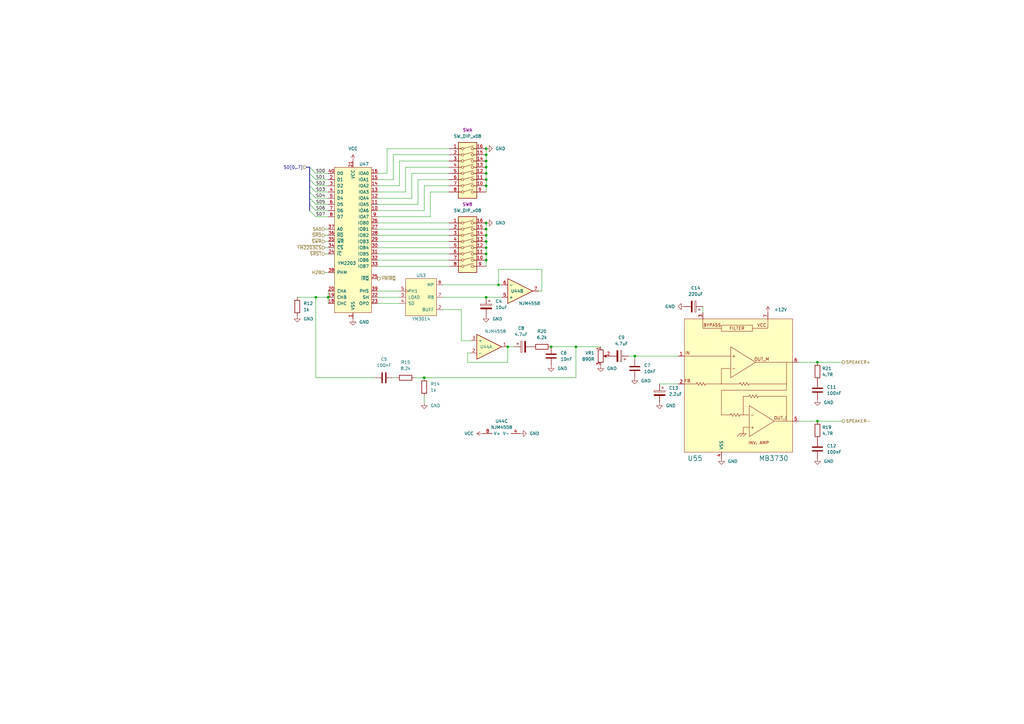
<source format=kicad_sch>
(kicad_sch (version 20211123) (generator eeschema)
  (paper "A3")
  (title_block (title "Insector X - P0-056A") (date "2022-12-02") (company "Ulf Skutnabba, twitter: @skutis77"))
  (lib_symbols
    (symbol "Device:C" (pin_numbers hide) (pin_names (offset 0.254))
      (property "Reference" "C" (at 0.635 2.54 0))
      (property "Value" "C" (at 0.635 -2.54 0))
      (symbol "C_0_1"
        (polyline (pts (xy -2.032 -0.762) (xy 2.032 -0.762)) (stroke (width 0.508)))
        (polyline (pts (xy -2.032 0.762) (xy 2.032 0.762)) (stroke (width 0.508)))
      )
      (symbol "C_1_1"
        (pin passive line (at 0 3.81 270) (length 2.794) (name "~") (number "1"))
        (pin passive line (at 0 -3.81 90) (length 2.794) (name "~") (number "2"))
      )
    )
    (symbol "Device:C_Polarized" (pin_numbers hide) (pin_names (offset 0.254))
      (property "Reference" "C" (at 0.635 2.54 0))
      (property "Value" "C_Polarized" (at 0.635 -2.54 0))
      (symbol "C_Polarized_0_1"
        (rectangle (start -2.286 0.508) (end 2.286 1.016))
        (polyline (pts (xy -1.778 2.286) (xy -0.762 2.286)))
        (polyline (pts (xy -1.27 2.794) (xy -1.27 1.778)))
        (rectangle (start 2.286 -0.508) (end -2.286 -1.016) (fill (type outline)))
      )
      (symbol "C_Polarized_1_1"
        (pin passive line (at 0 3.81 270) (length 2.794) (name "~") (number "1"))
        (pin passive line (at 0 -3.81 90) (length 2.794) (name "~") (number "2"))
      )
    )
    (symbol "Device:Opamp_Dual"
      (property "Reference" "U" (at 0 5.08 0))
      (property "Value" "Opamp_Dual" (at 0 -5.08 0))
      (symbol "Opamp_Dual_1_1"
        (polyline (pts (xy -5.08 5.08) (xy 5.08 0) (xy -5.08 -5.08) (xy -5.08 5.08)) (stroke (width 0.254)) (fill (type background)))
        (pin output line (at 7.62 0 180) (length 2.54) (name "~") (number "1"))
        (pin input line (at -7.62 -2.54 0) (length 2.54) (name "-") (number "2"))
        (pin input line (at -7.62 2.54 0) (length 2.54) (name "+") (number "3"))
      )
      (symbol "Opamp_Dual_2_1"
        (polyline (pts (xy -5.08 5.08) (xy 5.08 0) (xy -5.08 -5.08) (xy -5.08 5.08)) (stroke (width 0.254)) (fill (type background)))
        (pin input line (at -7.62 2.54 0) (length 2.54) (name "+") (number "5"))
        (pin input line (at -7.62 -2.54 0) (length 2.54) (name "-") (number "6"))
        (pin output line (at 7.62 0 180) (length 2.54) (name "~") (number "7"))
      )
      (symbol "Opamp_Dual_3_1"
        (pin power_in line (at -2.54 -7.62 90) (length 3.81) (name "V-") (number "4"))
        (pin power_in line (at -2.54 7.62 270) (length 3.81) (name "V+") (number "8"))
      )
    )
    (symbol "Device:R" (pin_numbers hide) (pin_names (offset 0))
      (property "Reference" "R" (at 2.032 0 90))
      (property "Value" "R" (at 0 0 90))
      (symbol "R_0_1"
        (rectangle (start -1.016 -2.54) (end 1.016 2.54) (stroke (width 0.254)))
      )
      (symbol "R_1_1"
        (pin passive line (at 0 3.81 270) (length 1.27) (name "~") (number "1"))
        (pin passive line (at 0 -3.81 90) (length 1.27) (name "~") (number "2"))
      )
    )
    (symbol "Device:R_Potentiometer" (pin_names (offset 1.016) hide)
      (property "Reference" "RV" (at -4.445 0 90))
      (property "Value" "R_Potentiometer" (at -2.54 0 90))
      (symbol "R_Potentiometer_0_1"
        (polyline (pts (xy 2.54 0) (xy 1.524 0)))
        (polyline (pts (xy 1.143 0) (xy 2.286 0.508) (xy 2.286 -0.508) (xy 1.143 0)) (fill (type outline)))
        (rectangle (start 1.016 2.54) (end -1.016 -2.54) (stroke (width 0.254)))
      )
      (symbol "R_Potentiometer_1_1"
        (pin passive line (at 0 3.81 270) (length 1.27) (name "1") (number "1"))
        (pin passive line (at 3.81 0 180) (length 1.27) (name "2") (number "2"))
        (pin passive line (at 0 -3.81 90) (length 1.27) (name "3") (number "3"))
      )
    )
    (symbol "Switch:SW_DIP_x08" (pin_names (offset 0) hide)
      (property "Reference" "SW" (at 0 13.97 0))
      (property "Value" "SW_DIP_x08" (at 0 -11.43 0))
      (symbol "SW_DIP_x08_0_0"
        (circle (center -2.032 -7.62) (radius 0.508))
        (circle (center -2.032 -5.08) (radius 0.508))
        (circle (center -2.032 -2.54) (radius 0.508))
        (circle (center -2.032 0) (radius 0.508))
        (circle (center -2.032 2.54) (radius 0.508))
        (circle (center -2.032 5.08) (radius 0.508))
        (circle (center -2.032 7.62) (radius 0.508))
        (circle (center -2.032 10.16) (radius 0.508))
        (polyline (pts (xy -1.524 -7.4676) (xy 2.3622 -6.4262)))
        (polyline (pts (xy -1.524 -4.9276) (xy 2.3622 -3.8862)))
        (polyline (pts (xy -1.524 -2.3876) (xy 2.3622 -1.3462)))
        (polyline (pts (xy -1.524 0.127) (xy 2.3622 1.1684)))
        (polyline (pts (xy -1.524 2.667) (xy 2.3622 3.7084)))
        (polyline (pts (xy -1.524 5.207) (xy 2.3622 6.2484)))
        (polyline (pts (xy -1.524 7.747) (xy 2.3622 8.7884)))
        (polyline (pts (xy -1.524 10.287) (xy 2.3622 11.3284)))
        (circle (center 2.032 -7.62) (radius 0.508))
        (circle (center 2.032 -5.08) (radius 0.508))
        (circle (center 2.032 -2.54) (radius 0.508))
        (circle (center 2.032 0) (radius 0.508))
        (circle (center 2.032 2.54) (radius 0.508))
        (circle (center 2.032 5.08) (radius 0.508))
        (circle (center 2.032 7.62) (radius 0.508))
        (circle (center 2.032 10.16) (radius 0.508))
      )
      (symbol "SW_DIP_x08_0_1"
        (rectangle (start -3.81 12.7) (end 3.81 -10.16) (stroke (width 0.254)) (fill (type background)))
      )
      (symbol "SW_DIP_x08_1_1"
        (pin passive line (at -7.62 10.16 0) (length 5.08) (name "~") (number "1"))
        (pin passive line (at 7.62 -5.08 180) (length 5.08) (name "~") (number "10"))
        (pin passive line (at 7.62 -2.54 180) (length 5.08) (name "~") (number "11"))
        (pin passive line (at 7.62 0 180) (length 5.08) (name "~") (number "12"))
        (pin passive line (at 7.62 2.54 180) (length 5.08) (name "~") (number "13"))
        (pin passive line (at 7.62 5.08 180) (length 5.08) (name "~") (number "14"))
        (pin passive line (at 7.62 7.62 180) (length 5.08) (name "~") (number "15"))
        (pin passive line (at 7.62 10.16 180) (length 5.08) (name "~") (number "16"))
        (pin passive line (at -7.62 7.62 0) (length 5.08) (name "~") (number "2"))
        (pin passive line (at -7.62 5.08 0) (length 5.08) (name "~") (number "3"))
        (pin passive line (at -7.62 2.54 0) (length 5.08) (name "~") (number "4"))
        (pin passive line (at -7.62 0 0) (length 5.08) (name "~") (number "5"))
        (pin passive line (at -7.62 -2.54 0) (length 5.08) (name "~") (number "6"))
        (pin passive line (at -7.62 -5.08 0) (length 5.08) (name "~") (number "7"))
        (pin passive line (at -7.62 -7.62 0) (length 5.08) (name "~") (number "8"))
        (pin passive line (at 7.62 -7.62 180) (length 5.08) (name "~") (number "9"))
      )
    )
    (symbol "fujitsu:MB3730" (pin_names (offset 1.016))
      (property "Reference" "U" (at -12.7 17.78 0))
      (property "Value" "MB3730" (at 12.7 17.78 0))
      (symbol "MB3730_0_0"
        (rectangle (start -6.35 25.4) (end 6.35 22.86))
        (polyline (pts (xy -2.54 12.7) (xy -21.59 12.7)))
        (polyline (pts (xy 1.27 -20.32) (xy 2.54 -19.05)))
        (polyline (pts (xy 1.27 -19.05) (xy 0 -20.32)))
        (polyline (pts (xy 2.54 -11.43) (xy 5.08 -11.43)))
        (polyline (pts (xy 2.54 -8.89) (xy 2.54 -11.43)))
        (polyline (pts (xy 2.54 -8.89) (xy 2.54 -3.81)))
        (polyline (pts (xy 3.81 -3.81) (xy 2.54 -3.81)))
        (polyline (pts (xy 10.16 10.16) (xy 7.62 10.16)))
        (polyline (pts (xy 13.97 10.16) (xy 10.16 10.16)))
        (polyline (pts (xy 17.78 -13.97) (xy 15.24 -13.97)))
        (polyline (pts (xy 20.32 -13.97) (xy 22.86 -13.97)))
        (polyline (pts (xy 20.32 1.27) (xy 20.32 10.16)))
        (polyline (pts (xy 20.32 10.16) (xy 13.97 10.16)))
        (polyline (pts (xy 20.32 10.16) (xy 22.86 10.16)))
        (polyline (pts (xy -6.35 24.13) (xy -13.97 24.13) (xy -13.97 27.94)))
        (polyline (pts (xy 12.7 27.94) (xy 12.7 24.13) (xy 6.35 24.13)))
        (polyline (pts (xy -13.97 27.94) (xy -21.59 27.94) (xy -21.59 -26.67) (xy 20.32 -26.67)) (fill (type background)))
        (polyline (pts (xy 5.08 -1.27) (xy -6.35 -1.27) (xy -6.35 -11.43) (xy -2.54 -11.43)))
        (polyline (pts (xy 5.08 -1.27) (xy 20.32 -1.27) (xy 20.32 1.27) (xy 6.35 1.27)))
        (polyline (pts (xy 8.89 -3.81) (xy 20.32 -3.81) (xy 20.32 -13.97) (xy 17.78 -13.97)))
        (polyline (pts (xy 20.32 -26.67) (xy 22.86 -26.67) (xy 22.86 27.94) (xy -13.97 27.94)) (fill (type background)))
        (polyline (pts (xy 5.08 -16.51) (xy 2.54 -16.51) (xy 2.54 -19.05) (xy 1.27 -19.05) (xy 2.54 -19.05) (xy 3.81 -19.05) (xy 2.54 -20.32)))
        (text "+" (at -1.27 12.7 0) (effects (font (size 1.27 1.27))))
        (text "+" (at 6.35 -16.51 0) (effects (font (size 1.27 1.27))))
        (text "-" (at -1.27 7.62 0) (effects (font (size 1.27 1.27))))
        (text "-" (at 6.35 -11.43 0) (effects (font (size 1.27 1.27))))
        (text "BYPASS" (at -10.16 25.4 0) (effects (font (size 1.27 1.27))))
        (text "FB" (at -20.32 2.54 0) (effects (font (size 1.27 1.27))))
        (text "FILTER" (at 0 24.13 0) (effects (font (size 1.27 1.27))))
        (text "IN" (at -20.32 13.97 0) (effects (font (size 1.27 1.27))))
        (text "INV. AMP" (at 8.89 -22.86 0) (effects (font (size 1.27 1.27))))
        (text "OUT_I" (at 17.78 -12.7 0) (effects (font (size 1.27 1.27))))
        (text "OUT_M" (at 10.16 11.43 0) (effects (font (size 1.27 1.27))))
        (text "VCC" (at 10.16 25.4 0) (effects (font (size 1.27 1.27))))
      )
      (symbol "MB3730_0_1"
        (polyline (pts (xy -21.59 1.27) (xy -19.05 1.27)))
        (polyline (pts (xy -16.51 1.27) (xy -19.05 1.27)))
        (polyline (pts (xy -6.35 1.27) (xy -11.43 1.27)))
        (polyline (pts (xy -6.35 1.27) (xy 1.27 1.27)))
        (polyline (pts (xy -2.54 7.62) (xy -6.35 7.62) (xy -6.35 1.27)))
      )
      (symbol "MB3730_1_1"
        (polyline (pts (xy -12.7508 1.27) (xy -11.43 1.27)))
        (polyline (pts (xy 1.2192 -11.43) (xy 2.54 -11.43)))
        (polyline (pts (xy 3.7592 -3.81) (xy 5.08 -3.81)))
        (polyline (pts (xy 5.0292 1.27) (xy 6.35 1.27)))
        (polyline (pts (xy 7.62 10.16) (xy -2.54 3.81) (xy -2.54 16.51) (xy 7.62 10.16)))
        (polyline (pts (xy 15.24 -13.97) (xy 5.08 -20.32) (xy 5.08 -7.62) (xy 15.24 -13.97)) (fill (type background)))
        (polyline (pts (xy -16.7132 1.27) (xy -16.383 1.905) (xy -15.7226 0.635) (xy -15.0622 1.905) (xy -14.4018 0.635) (xy -13.7414 1.905) (xy -13.081 0.635) (xy -12.7508 1.27)))
        (polyline (pts (xy -2.7432 -11.43) (xy -2.413 -10.795) (xy -1.7526 -12.065) (xy -1.0922 -10.795) (xy -0.4318 -12.065) (xy 0.2286 -10.795) (xy 0.889 -12.065) (xy 1.2192 -11.43)))
        (polyline (pts (xy 1.0668 1.27) (xy 1.397 1.905) (xy 2.0574 0.635) (xy 2.7178 1.905) (xy 3.3782 0.635) (xy 4.0386 1.905) (xy 4.699 0.635) (xy 5.0292 1.27)))
        (polyline (pts (xy 4.8768 -3.81) (xy 5.207 -3.175) (xy 5.8674 -4.445) (xy 6.5278 -3.175) (xy 7.1882 -4.445) (xy 7.8486 -3.175) (xy 8.509 -4.445) (xy 8.8392 -3.81)))
        (pin input line (at -24.13 12.7 0) (length 2.54) (name "~") (number "1"))
        (pin input line (at -24.13 1.27 0) (length 2.54) (name "~") (number "2"))
        (pin input line (at -13.97 30.48 270) (length 2.54) (name "~") (number "3"))
        (pin power_in line (at -6.35 -29.21 90) (length 2.54) (name "VSS") (number "4"))
        (pin output line (at 25.4 -13.97 180) (length 2.54) (name "~") (number "5"))
        (pin output line (at 25.4 10.16 180) (length 2.54) (name "~") (number "6"))
        (pin power_in line (at 12.7 30.48 270) (length 2.54) (name "~") (number "7"))
      )
    )
    (symbol "power:+12V" (power) (pin_names (offset 0))
      (property "Value" "+12V" (at 0 3.556 0))
      (symbol "+12V_0_1"
        (polyline (pts (xy -0.762 1.27) (xy 0 2.54)))
        (polyline (pts (xy 0 0) (xy 0 2.54)))
        (polyline (pts (xy 0 2.54) (xy 0.762 1.27)))
      )
      (symbol "+12V_1_1"
        (pin power_in line (at 0 0 90) (length 0) hide (name "+12V") (number "1"))
      )
    )
    (symbol "power:GND" (power) (pin_names (offset 0))
      (property "Value" "GND" (at 0 -3.81 0))
      (symbol "GND_0_1"
        (polyline (pts (xy 0 0) (xy 0 -1.27) (xy 1.27 -1.27) (xy 0 -2.54) (xy -1.27 -1.27) (xy 0 -1.27)))
      )
      (symbol "GND_1_1"
        (pin power_in line (at 0 0 270) (length 0) hide (name "GND") (number "1"))
      )
    )
    (symbol "power:VCC" (power) (pin_names (offset 0))
      (property "Value" "VCC" (at 0 3.81 0))
      (symbol "VCC_0_1"
        (polyline (pts (xy -0.762 1.27) (xy 0 2.54)))
        (polyline (pts (xy 0 0) (xy 0 2.54)))
        (polyline (pts (xy 0 2.54) (xy 0.762 1.27)))
      )
      (symbol "VCC_1_1"
        (pin power_in line (at 0 0 90) (length 0) hide (name "VCC") (number "1"))
      )
    )
    (symbol "yamaha:YM2203" (pin_names (offset 1.016))
      (property "Reference" "YM" (at 7.62 24.13 0))
      (property "Value" "YM2203" (at 3.81 -38.1 0))
      (symbol "YM2203_0_1"
        (rectangle (start -7.62 22.86) (end 7.62 -36.83) (fill (type background)))
      )
      (symbol "YM2203_1_1"
        (pin power_in line (at 0 -39.37 90) (length 2.54) (name "VSS") (number "1"))
        (pin bidirectional line (at 10.16 5.08 180) (length 2.54) (name "IOA6") (number "10"))
        (pin bidirectional line (at 10.16 7.62 180) (length 2.54) (name "IOA5") (number "11"))
        (pin bidirectional line (at 10.16 10.16 180) (length 2.54) (name "IOA4") (number "12"))
        (pin bidirectional line (at 10.16 12.7 180) (length 2.54) (name "IOA3") (number "13"))
        (pin bidirectional line (at 10.16 15.24 180) (length 2.54) (name "IOA2") (number "14"))
        (pin bidirectional line (at 10.16 17.78 180) (length 2.54) (name "IOA1") (number "15"))
        (pin bidirectional line (at 10.16 20.32 180) (length 2.54) (name "IOA0") (number "16"))
        (pin output line (at -10.16 -33.02 0) (length 2.54) (name "CHC") (number "18"))
        (pin output line (at -10.16 -30.48 0) (length 2.54) (name "CHB") (number "19"))
        (pin input line (at -10.16 17.78 0) (length 2.54) (name "D1") (number "2"))
        (pin output line (at -10.16 -27.94 0) (length 2.54) (name "CHA") (number "20"))
        (pin power_in line (at 0 25.4 270) (length 2.54) (name "VCC") (number "21"))
        (pin output line (at 10.16 -30.48 180) (length 2.54) (name "SH") (number "22"))
        (pin output line (at 10.16 -33.02 180) (length 2.54) (name "OPO") (number "23"))
        (pin input line (at -10.16 -12.7 0) (length 2.54) (name "~{IC}") (number "24"))
        (pin output line (at 10.16 -22.86 180) (length 2.54) (name "~{IRQ}") (number "25"))
        (pin bidirectional line (at 10.16 0 180) (length 2.54) (name "IOB0") (number "26"))
        (pin bidirectional line (at 10.16 -2.54 180) (length 2.54) (name "IOB1") (number "27"))
        (pin bidirectional line (at 10.16 -5.08 180) (length 2.54) (name "IOB2") (number "28"))
        (pin bidirectional line (at 10.16 -7.62 180) (length 2.54) (name "IOB3") (number "29"))
        (pin input line (at -10.16 15.24 0) (length 2.54) (name "D2") (number "3"))
        (pin bidirectional line (at 10.16 -10.16 180) (length 2.54) (name "IOB4") (number "30"))
        (pin bidirectional line (at 10.16 -12.7 180) (length 2.54) (name "IOB5") (number "31"))
        (pin bidirectional line (at 10.16 -15.24 180) (length 2.54) (name "IOB6") (number "32"))
        (pin bidirectional line (at 10.16 -17.78 180) (length 2.54) (name "IOB7") (number "33"))
        (pin input line (at -10.16 -10.16 0) (length 2.54) (name "~{CS}") (number "34"))
        (pin input line (at -10.16 -7.62 0) (length 2.54) (name "~{WR}") (number "35"))
        (pin input line (at -10.16 -5.08 0) (length 2.54) (name "~{RD}") (number "36"))
        (pin input line (at -10.16 -2.54 0) (length 2.54) (name "A0") (number "37"))
        (pin input line (at -10.16 -20.32 0) (length 2.54) (name "PHM") (number "38"))
        (pin output line (at 10.16 -27.94 180) (length 2.54) (name "PHS") (number "39"))
        (pin input line (at -10.16 12.7 0) (length 2.54) (name "D3") (number "4"))
        (pin input line (at -10.16 20.32 0) (length 2.54) (name "D0") (number "40"))
        (pin input line (at -10.16 10.16 0) (length 2.54) (name "D4") (number "5"))
        (pin input line (at -10.16 7.62 0) (length 2.54) (name "D5") (number "6"))
        (pin input line (at -10.16 5.08 0) (length 2.54) (name "D6") (number "7"))
        (pin input line (at -10.16 2.54 0) (length 2.54) (name "D7") (number "8"))
        (pin bidirectional line (at 10.16 2.54 180) (length 2.54) (name "IOA7") (number "9"))
      )
    )
    (symbol "yamaha:YM3014" (pin_names (offset 1.016))
      (property "Reference" "YM" (at -2.54 15.24 0))
      (property "Value" "YM3014" (at 0 12.7 0))
      (symbol "YM3014_0_1"
        (rectangle (start -5.08 11.43) (end 7.62 -3.81) (fill (type background)))
      )
      (symbol "YM3014_1_1"
        (pin power_in line (at 1.27 11.43 270) (length 2.54) hide (name "VCC") (number "1"))
        (pin output line (at 10.16 -1.27 180) (length 2.54) (name "BUFF") (number "2"))
        (pin input line (at -7.62 3.81 0) (length 2.54) (name "LOAD") (number "3"))
        (pin input line (at -7.62 1.27 0) (length 2.54) (name "SD") (number "4"))
        (pin input clock (at -7.62 6.35 0) (length 2.54) (name "PH1") (number "5"))
        (pin power_in line (at 1.27 -3.81 90) (length 2.54) hide (name "VSS") (number "6"))
        (pin output line (at 10.16 3.81 180) (length 2.54) (name "RB") (number "7"))
        (pin bidirectional line (at 10.16 8.89 180) (length 2.54) (name "MP") (number "8"))
      )
    )
  )
  (junction (at 199.39 96.52))
  (junction (at 199.39 63.5))
  (junction (at 199.39 60.96))
  (junction (at 129.54 121.92))
  (junction (at 199.39 99.06))
  (junction (at 199.39 106.68))
  (junction (at 134.62 121.92))
  (junction (at 199.39 121.92))
  (junction (at 204.47 116.84))
  (junction (at 335.28 172.72))
  (junction (at 226.06 142.24))
  (junction (at 199.39 76.2))
  (junction (at 199.39 101.6))
  (junction (at 199.39 93.98))
  (junction (at 199.39 71.12))
  (junction (at 236.22 142.24))
  (junction (at 208.28 142.24))
  (junction (at 199.39 104.14))
  (junction (at 199.39 68.58))
  (junction (at 199.39 73.66))
  (junction (at 260.35 146.05))
  (junction (at 199.39 66.04))
  (junction (at 199.39 91.44))
  (junction (at 335.28 148.59))
  (junction (at 173.99 154.94))
  (bus_entry (at 127 78.74) (size 2.54 2.54))
  (bus_entry (at 127 73.66) (size 2.54 2.54))
  (bus_entry (at 127 76.2) (size 2.54 2.54))
  (bus_entry (at 127 81.28) (size 2.54 2.54))
  (bus_entry (at 127 83.82) (size 2.54 2.54))
  (bus_entry (at 127 68.58) (size 2.54 2.54))
  (bus_entry (at 127 71.12) (size 2.54 2.54))
  (bus_entry (at 127 86.36) (size 2.54 2.54))
  (wire (pts (xy 199.39 99.06) (xy 199.39 101.6)))
  (wire (pts (xy 129.54 88.9) (xy 134.62 88.9)))
  (wire (pts (xy 327.66 148.59) (xy 335.28 148.59)))
  (wire (pts (xy 154.94 91.44) (xy 184.15 91.44)))
  (wire (pts (xy 154.94 119.38) (xy 163.83 119.38)))
  (wire (pts (xy 173.99 165.1) (xy 173.99 162.56)))
  (wire (pts (xy 199.39 106.68) (xy 199.39 109.22)))
  (wire (pts (xy 208.28 142.24) (xy 210.82 142.24)))
  (wire (pts (xy 199.39 71.12) (xy 199.39 73.66)))
  (wire (pts (xy 154.94 121.92) (xy 163.83 121.92)))
  (wire (pts (xy 191.77 148.59) (xy 208.28 148.59)))
  (wire (pts (xy 173.99 86.36) (xy 173.99 76.2)))
  (wire (pts (xy 134.62 119.38) (xy 134.62 121.92)))
  (wire (pts (xy 173.99 154.94) (xy 236.22 154.94)))
  (wire (pts (xy 236.22 142.24) (xy 246.38 142.24)))
  (wire (pts (xy 270.51 157.48) (xy 278.13 157.48)))
  (wire (pts (xy 168.91 81.28) (xy 168.91 71.12)))
  (wire (pts (xy 153.67 154.94) (xy 129.54 154.94)))
  (wire (pts (xy 199.39 104.14) (xy 199.39 106.68)))
  (wire (pts (xy 158.75 71.12) (xy 158.75 60.96)))
  (wire (pts (xy 199.39 66.04) (xy 199.39 68.58)))
  (wire (pts (xy 166.37 68.58) (xy 184.15 68.58)))
  (wire (pts (xy 154.94 78.74) (xy 166.37 78.74)))
  (wire (pts (xy 154.94 99.06) (xy 184.15 99.06)))
  (wire (pts (xy 129.54 83.82) (xy 134.62 83.82)))
  (bus (pts (xy 127 83.82) (xy 127 81.28)))
  (wire (pts (xy 199.39 101.6) (xy 199.39 104.14)))
  (wire (pts (xy 161.29 73.66) (xy 161.29 63.5)))
  (wire (pts (xy 154.94 88.9) (xy 176.53 88.9)))
  (wire (pts (xy 204.47 116.84) (xy 205.74 116.84)))
  (bus (pts (xy 127 76.2) (xy 127 73.66)))
  (wire (pts (xy 335.28 172.72) (xy 345.44 172.72)))
  (wire (pts (xy 335.28 148.59) (xy 345.44 148.59)))
  (wire (pts (xy 134.62 121.92) (xy 134.62 124.46)))
  (wire (pts (xy 199.39 63.5) (xy 199.39 66.04)))
  (wire (pts (xy 327.66 172.72) (xy 335.28 172.72)))
  (bus (pts (xy 127 73.66) (xy 127 71.12)))
  (wire (pts (xy 121.92 121.92) (xy 129.54 121.92)))
  (wire (pts (xy 129.54 73.66) (xy 134.62 73.66)))
  (wire (pts (xy 193.04 139.7) (xy 189.23 139.7)))
  (wire (pts (xy 161.29 63.5) (xy 184.15 63.5)))
  (wire (pts (xy 133.35 111.76) (xy 134.62 111.76)))
  (wire (pts (xy 193.04 144.78) (xy 191.77 144.78)))
  (wire (pts (xy 168.91 71.12) (xy 184.15 71.12)))
  (wire (pts (xy 129.54 76.2) (xy 134.62 76.2)))
  (wire (pts (xy 171.45 83.82) (xy 171.45 73.66)))
  (wire (pts (xy 176.53 88.9) (xy 176.53 78.74)))
  (wire (pts (xy 208.28 148.59) (xy 208.28 142.24)))
  (wire (pts (xy 133.35 104.14) (xy 134.62 104.14)))
  (wire (pts (xy 154.94 106.68) (xy 184.15 106.68)))
  (wire (pts (xy 191.77 144.78) (xy 191.77 148.59)))
  (wire (pts (xy 199.39 93.98) (xy 199.39 96.52)))
  (wire (pts (xy 154.94 109.22) (xy 184.15 109.22)))
  (wire (pts (xy 154.94 86.36) (xy 173.99 86.36)))
  (wire (pts (xy 133.35 93.98) (xy 134.62 93.98)))
  (bus (pts (xy 127 71.12) (xy 127 68.58)))
  (wire (pts (xy 154.94 124.46) (xy 163.83 124.46)))
  (wire (pts (xy 199.39 60.96) (xy 199.39 63.5)))
  (wire (pts (xy 162.56 154.94) (xy 161.29 154.94)))
  (wire (pts (xy 222.25 119.38) (xy 222.25 110.49)))
  (bus (pts (xy 127 81.28) (xy 127 78.74)))
  (wire (pts (xy 129.54 81.28) (xy 134.62 81.28)))
  (wire (pts (xy 260.35 147.32) (xy 260.35 146.05)))
  (wire (pts (xy 181.61 116.84) (xy 204.47 116.84)))
  (wire (pts (xy 189.23 127) (xy 181.61 127)))
  (wire (pts (xy 199.39 73.66) (xy 199.39 76.2)))
  (wire (pts (xy 222.25 110.49) (xy 204.47 110.49)))
  (wire (pts (xy 129.54 154.94) (xy 129.54 121.92)))
  (wire (pts (xy 133.35 99.06) (xy 134.62 99.06)))
  (wire (pts (xy 173.99 76.2) (xy 184.15 76.2)))
  (wire (pts (xy 257.81 146.05) (xy 260.35 146.05)))
  (wire (pts (xy 199.39 91.44) (xy 199.39 93.98)))
  (wire (pts (xy 129.54 121.92) (xy 134.62 121.92)))
  (bus (pts (xy 127 86.36) (xy 127 83.82)))
  (wire (pts (xy 154.94 96.52) (xy 184.15 96.52)))
  (wire (pts (xy 181.61 121.92) (xy 199.39 121.92)))
  (wire (pts (xy 220.98 119.38) (xy 222.25 119.38)))
  (wire (pts (xy 154.94 104.14) (xy 184.15 104.14)))
  (wire (pts (xy 154.94 101.6) (xy 184.15 101.6)))
  (wire (pts (xy 226.06 142.24) (xy 236.22 142.24)))
  (bus (pts (xy 125.73 68.58) (xy 127 68.58)))
  (bus (pts (xy 127 78.74) (xy 127 76.2)))
  (wire (pts (xy 158.75 60.96) (xy 184.15 60.96)))
  (wire (pts (xy 133.35 101.6) (xy 134.62 101.6)))
  (wire (pts (xy 199.39 76.2) (xy 199.39 78.74)))
  (wire (pts (xy 171.45 73.66) (xy 184.15 73.66)))
  (wire (pts (xy 236.22 154.94) (xy 236.22 142.24)))
  (wire (pts (xy 129.54 86.36) (xy 134.62 86.36)))
  (wire (pts (xy 154.94 76.2) (xy 163.83 76.2)))
  (wire (pts (xy 154.94 81.28) (xy 168.91 81.28)))
  (wire (pts (xy 154.94 93.98) (xy 184.15 93.98)))
  (wire (pts (xy 199.39 96.52) (xy 199.39 99.06)))
  (wire (pts (xy 154.94 73.66) (xy 161.29 73.66)))
  (wire (pts (xy 163.83 66.04) (xy 184.15 66.04)))
  (wire (pts (xy 199.39 121.92) (xy 205.74 121.92)))
  (wire (pts (xy 288.29 125.73) (xy 288.29 128.27)))
  (wire (pts (xy 154.94 83.82) (xy 171.45 83.82)))
  (wire (pts (xy 204.47 110.49) (xy 204.47 116.84)))
  (wire (pts (xy 170.18 154.94) (xy 173.99 154.94)))
  (wire (pts (xy 260.35 146.05) (xy 278.13 146.05)))
  (wire (pts (xy 189.23 139.7) (xy 189.23 127)))
  (wire (pts (xy 129.54 78.74) (xy 134.62 78.74)))
  (wire (pts (xy 129.54 71.12) (xy 134.62 71.12)))
  (wire (pts (xy 163.83 76.2) (xy 163.83 66.04)))
  (wire (pts (xy 133.35 96.52) (xy 134.62 96.52)))
  (wire (pts (xy 154.94 71.12) (xy 158.75 71.12)))
  (wire (pts (xy 166.37 78.74) (xy 166.37 68.58)))
  (wire (pts (xy 199.39 68.58) (xy 199.39 71.12)))
  (wire (pts (xy 176.53 78.74) (xy 184.15 78.74)))
  (label "SD4" (at 129.54 81.28 0))
  (label "SD6" (at 129.54 86.36 0))
  (label "SD1" (at 129.54 73.66 0))
  (label "SD2" (at 129.54 76.2 0))
  (label "SD3" (at 129.54 78.74 0))
  (label "SD7" (at 129.54 88.9 0))
  (label "SD0" (at 129.54 71.12 0))
  (label "SD5" (at 129.54 83.82 0))
  (hierarchical_label "SA0" (shape input) (at 133.35 93.98 180))
  (hierarchical_label "H2B" (shape input) (at 133.35 111.76 180))
  (hierarchical_label "SPEAKER+" (shape output) (at 345.44 148.59 0))
  (hierarchical_label "SD[0..7]" (shape input) (at 125.73 68.58 180))
  (hierarchical_label "~{SRST}" (shape input) (at 133.35 104.14 180))
  (hierarchical_label "SPEAKER-" (shape output) (at 345.44 172.72 0))
  (hierarchical_label "~{YM2203CS}" (shape input) (at 133.35 101.6 180))
  (hierarchical_label "~{SWR}" (shape input) (at 133.35 99.06 180))
  (hierarchical_label "~{YMIRQ}" (shape output) (at 154.94 114.3 0))
  (hierarchical_label "~{SRD}" (shape input) (at 133.35 96.52 180))
  (symbol (lib_id "power:GND") (at 144.78 130.81 0) (mirror y) (unit 1)
    (property "Reference" "#PWR0220" (effects hide))
    (property "Value" "GND" (at 147.32 132.0799 0) (effects (justify right)))
  )
  (symbol (lib_id "power:GND") (at 295.91 187.96 0) (unit 1)
    (property "Reference" "#PWR0205" (effects hide))
    (property "Value" "GND" (at 298.45 189.2299 0) (effects (justify left)))
  )
  (symbol (lib_id "Device:Opamp_Dual") (at 205.74 175.26 90) (unit 3)
    (property "Reference" "U44" (at 205.74 172.72 90))
    (property "Value" "NJM4558" (at 205.74 175.26 90))
  )
  (symbol (lib_id "power:GND") (at 335.28 187.96 0) (unit 1)
    (property "Reference" "#PWR0207" (effects hide))
    (property "Value" "GND" (at 337.82 189.2299 0) (effects (justify left)))
  )
  (symbol (lib_id "power:GND") (at 199.39 91.44 90) (unit 1)
    (property "Reference" "#PWR0179" (effects hide))
    (property "Value" "GND" (at 203.2 91.4399 90) (effects (justify right)))
  )
  (symbol (lib_id "Device:C_Polarized") (at 199.39 125.73 0) (mirror y) (unit 1)
    (property "Reference" "C4" (at 203.2 123.5709 0) (effects (justify right)))
    (property "Value" "10uF" (at 203.2 126.1109 0) (effects (justify right)))
  )
  (symbol (lib_id "power:GND") (at 335.28 163.83 0) (unit 1)
    (property "Reference" "#PWR0208" (effects hide))
    (property "Value" "GND" (at 337.82 165.0999 0) (effects (justify left)))
  )
  (symbol (lib_id "fujitsu:MB3730") (at 302.26 158.75 0) (unit 1)
    (property "Reference" "U55" (at 281.94 187.96 0) (effects (font (size 2.0066 2.0066)) (justify left)))
    (property "Value" "MB3730" (at 311.15 187.96 0) (effects (font (size 2.0066 2.0066)) (justify left)))
    (property "Datasheet" "https://html.alldatasheet.com/html-pdf/167643/FUJITSU/MB3730A/294/1/MB3730A.html" (effects hide))
  )
  (symbol (lib_id "Device:R") (at 166.37 154.94 90) (mirror x) (unit 1)
    (property "Reference" "R15" (at 166.37 148.59 90))
    (property "Value" "8.2k" (at 166.37 151.13 90))
  )
  (symbol (lib_id "power:GND") (at 199.39 60.96 90) (unit 1)
    (property "Reference" "#PWR0194" (effects hide))
    (property "Value" "GND" (at 203.2 60.9599 90) (effects (justify right)))
  )
  (symbol (lib_id "power:GND") (at 270.51 165.1 0) (mirror y) (unit 1)
    (property "Reference" "#PWR0202" (effects hide))
    (property "Value" "GND" (at 273.05 166.3699 0) (effects (justify right)))
  )
  (symbol (lib_id "Device:C_Polarized") (at 284.48 125.73 270) (mirror x) (unit 1)
    (property "Reference" "C14" (at 285.369 118.11 90))
    (property "Value" "220uF" (at 285.369 120.65 90))
  )
  (symbol (lib_id "power:GND") (at 260.35 154.94 0) (mirror y) (unit 1)
    (property "Reference" "#PWR0201" (effects hide))
    (property "Value" "GND" (at 262.89 156.2099 0) (effects (justify right)))
  )
  (symbol (lib_id "Device:R") (at 173.99 158.75 0) (mirror y) (unit 1)
    (property "Reference" "R14" (at 176.53 157.4799 0) (effects (justify right)))
    (property "Value" "1k" (at 176.53 160.0199 0) (effects (justify right)))
  )
  (symbol (lib_id "Device:Opamp_Dual") (at 200.66 142.24 0) (unit 1)
    (property "Reference" "U44" (at 199.39 142.24 0))
    (property "Value" "NJM4558" (at 203.2 135.89 0))
  )
  (symbol (lib_id "power:GND") (at 121.92 129.54 0) (mirror y) (unit 1)
    (property "Reference" "#PWR0200" (effects hide))
    (property "Value" "GND" (at 124.46 130.8099 0) (effects (justify right)))
  )
  (symbol (lib_id "power:GND") (at 246.38 149.86 0) (mirror y) (unit 1)
    (property "Reference" "#PWR0203" (effects hide))
    (property "Value" "GND" (at 248.92 151.1299 0) (effects (justify right)))
  )
  (symbol (lib_id "Device:C") (at 157.48 154.94 270) (unit 1)
    (property "Reference" "C5" (at 157.48 147.32 90))
    (property "Value" "100nF" (at 157.48 149.86 90))
  )
  (symbol (lib_id "Device:C") (at 335.28 160.02 180) (unit 1)
    (property "Reference" "C11" (at 339.09 158.7499 0) (effects (justify right)))
    (property "Value" "100nF" (at 339.09 161.2899 0) (effects (justify right)))
  )
  (symbol (lib_id "Device:C") (at 226.06 146.05 0) (unit 1)
    (property "Reference" "C6" (at 229.87 144.7799 0) (effects (justify left)))
    (property "Value" "10nF" (at 229.87 147.3199 0) (effects (justify left)))
  )
  (symbol (lib_id "Device:R") (at 222.25 142.24 270) (mirror x) (unit 1)
    (property "Reference" "R20" (at 222.25 135.89 90))
    (property "Value" "6.2k" (at 222.25 138.43 90))
  )
  (symbol (lib_id "yamaha:YM2203") (at 144.78 91.44 0) (unit 1)
    (property "Reference" "U47" (at 147.32 67.31 0) (effects (justify left)))
    (property "Value" "YM2203" (at 138.43 107.95 0) (effects (justify left)))
    (property "Footprint" "Package_DIP:DIP-40_W15.24mm" (effects hide))
    (property "Datasheet" "https://pdf1.alldatasheet.com/datasheet-pdf/view/90458/ETC/YM2203.html" (effects hide))
  )
  (symbol (lib_id "Device:C_Polarized") (at 214.63 142.24 90) (mirror x) (unit 1)
    (property "Reference" "C8" (at 213.741 134.62 90))
    (property "Value" "4.7uF" (at 213.741 137.16 90))
  )
  (symbol (lib_id "yamaha:YM3014") (at 171.45 125.73 0) (unit 1)
    (property "Reference" "U53" (at 172.72 113.03 0))
    (property "Value" "YM3014" (at 172.72 130.81 0))
    (property "Footprint" "Package_DIP:DIP-8_W7.62mm" (effects hide))
    (property "Datasheet" "https://pdf1.alldatasheet.com/datasheet-pdf/view/1132271/YAMAHA/YM3014B.html" (effects hide))
  )
  (symbol (lib_id "Device:C_Polarized") (at 270.51 161.29 0) (mirror y) (unit 1)
    (property "Reference" "C13" (at 274.32 159.1309 0) (effects (justify right)))
    (property "Value" "2.2uF" (at 274.32 161.6709 0) (effects (justify right)))
  )
  (symbol (lib_id "Device:R") (at 121.92 125.73 0) (mirror y) (unit 1)
    (property "Reference" "R12" (at 124.46 124.4599 0) (effects (justify right)))
    (property "Value" "1k" (at 124.46 126.9999 0) (effects (justify right)))
  )
  (symbol (lib_id "Device:R") (at 335.28 152.4 0) (mirror y) (unit 1)
    (property "Reference" "R21" (at 337.185 151.1299 0) (effects (justify right)))
    (property "Value" "4.7R" (at 337.185 153.6699 0) (effects (justify right)))
  )
  (symbol (lib_id "power:GND") (at 173.99 165.1 0) (mirror y) (unit 1)
    (property "Reference" "#PWR0199" (effects hide))
    (property "Value" "GND" (at 176.53 166.3699 0) (effects (justify right)))
  )
  (symbol (lib_id "Device:C") (at 335.28 184.15 180) (unit 1)
    (property "Reference" "C12" (at 339.09 182.8799 0) (effects (justify right)))
    (property "Value" "100nF" (at 339.09 185.4199 0) (effects (justify right)))
  )
  (symbol (lib_id "power:GND") (at 199.39 129.54 0) (mirror y) (unit 1)
    (property "Reference" "#PWR0197" (effects hide))
    (property "Value" "GND" (at 201.93 130.8099 0) (effects (justify right)))
  )
  (symbol (lib_id "power:GND") (at 213.36 177.8 90) (mirror x) (unit 1)
    (property "Reference" "#PWR0196" (effects hide))
    (property "Value" "GND" (at 217.17 177.7999 90) (effects (justify right)))
  )
  (symbol (lib_id "Switch:SW_DIP_x08") (at 191.77 101.6 0) (unit 1)
    (property "Reference" "SW3" (effects hide))
    (property "Value" "SW_DIP_x08" (at 191.77 86.36 0))
    (property "Reference2" "SWB" (at 191.77 83.82 0))
  )
  (symbol (lib_id "Device:C") (at 260.35 151.13 0) (unit 1)
    (property "Reference" "C7" (at 264.16 149.8599 0) (effects (justify left)))
    (property "Value" "10nF" (at 264.16 152.3999 0) (effects (justify left)))
  )
  (symbol (lib_id "Device:R_Potentiometer") (at 246.38 146.05 0) (unit 1)
    (property "Reference" "VR1" (at 243.84 144.7799 0) (effects (justify right)))
    (property "Value" "890R" (at 243.84 147.3199 0) (effects (justify right)))
  )
  (symbol (lib_id "power:VCC") (at 198.12 177.8 90) (unit 1)
    (property "Reference" "#PWR0221" (effects hide))
    (property "Value" "VCC" (at 194.31 177.7999 90) (effects (justify left)))
  )
  (symbol (lib_id "Device:C_Polarized") (at 254 146.05 270) (mirror x) (unit 1)
    (property "Reference" "C9" (at 254.889 138.43 90))
    (property "Value" "4.7uF" (at 254.889 140.97 90))
  )
  (symbol (lib_id "power:+12V") (at 314.96 128.27 0) (mirror y) (unit 1)
    (property "Reference" "#PWR0206" (effects hide))
    (property "Value" "+12V" (at 317.5 126.9999 0) (effects (justify right)))
  )
  (symbol (lib_id "power:GND") (at 280.67 125.73 270) (unit 1)
    (property "Reference" "#PWR0204" (effects hide))
    (property "Value" "GND" (at 276.86 125.7299 90) (effects (justify right)))
  )
  (symbol (lib_id "power:VCC") (at 144.78 66.04 0) (unit 1)
    (property "Reference" "#PWR0242" (effects hide))
    (property "Value" "VCC" (at 144.78 60.96 0))
  )
  (symbol (lib_id "Switch:SW_DIP_x08") (at 191.77 71.12 0) (unit 1)
    (property "Reference" "SW2" (effects hide))
    (property "Value" "SW_DIP_x08" (at 191.77 55.88 0))
    (property "Reference2" "SWA" (at 191.77 53.34 0))
  )
  (symbol (lib_id "power:GND") (at 226.06 149.86 0) (mirror y) (unit 1)
    (property "Reference" "#PWR0195" (effects hide))
    (property "Value" "GND" (at 228.6 151.1299 0) (effects (justify right)))
  )
  (symbol (lib_id "Device:R") (at 335.28 176.53 0) (mirror y) (unit 1)
    (property "Reference" "R19" (at 337.185 175.2599 0) (effects (justify right)))
    (property "Value" "4.7R" (at 337.185 177.7999 0) (effects (justify right)))
  )
  (symbol (lib_id "Device:Opamp_Dual") (at 213.36 119.38 0) (mirror x) (unit 2)
    (property "Reference" "U44" (at 212.09 119.38 0))
    (property "Value" "NJM4558" (at 217.17 124.46 0))
  )
)
</source>
